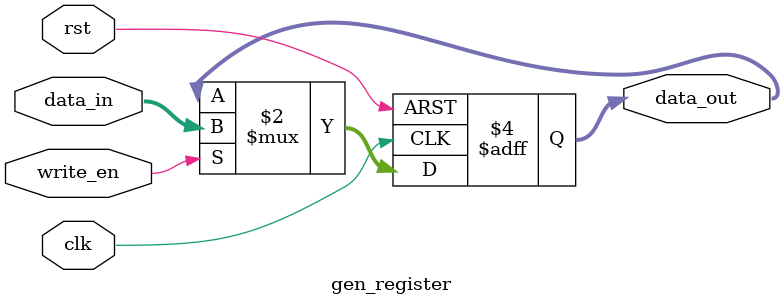
<source format=v>


`timescale 1ns / 1ps

module gen_register (clk, rst, write_en, data_in, data_out);

parameter WORD_SIZE = 32 ; 

input wire clk , rst, write_en ;
input wire [WORD_SIZE-1:0] data_in ; 
output reg [WORD_SIZE-1:0] data_out; 

always @(posedge rst or posedge clk )
begin 

	if (rst)  begin 
		data_out <= { WORD_SIZE {1'b0} };
	end 
	else if (clk) begin
	
		if ( write_en )  begin 
			data_out  <= data_in ; 
		end 		
	end 

end 

endmodule

</source>
